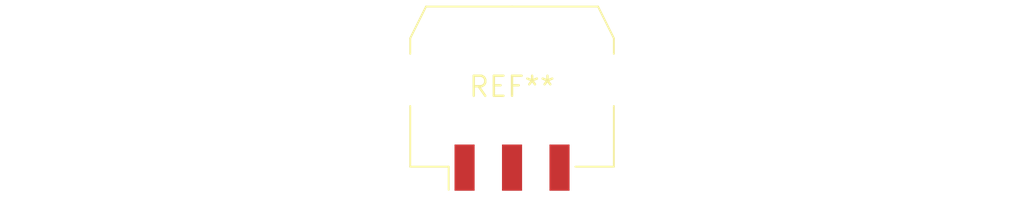
<source format=kicad_pcb>
(kicad_pcb (version 20240108) (generator pcbnew)
  (layers (0 "F.Cu" signal) (31 "B.Cu" signal) (34 "B.Paste" user) (35 "F.Paste" user) (36 "B.SilkS" user "B.Silkscreen") (37 "F.SilkS" user "F.Silkscreen") (38 "B.Mask" user) (39 "F.Mask" user) (44 "Edge.Cuts" user))
  (net 0 "")
  (footprint "Molex_Micro-Fit_3.0_43650-0310_1x03-1MP_P3.00mm_Horizontal" (layer "F.Cu") (at 0 0)
    (property "Reference" "REF**")
    (property "Value" "Molex_Micro-Fit_3.0_43650-0310_1x03-1MP_P3.00mm_Horizontal")
    (fp_line (start -6.435 -3.06) (end -6.435 -2.075) (layer "F.SilkS") (stroke (width 0.12)))
    (fp_line (start -6.435 1.225) (end -6.435 5.06) (layer "F.SilkS") (stroke (width 0.12)))
    (fp_line (start -6.435 5.06) (end -4.005 5.06) (layer "F.SilkS") (stroke (width 0.12)))
    (fp_line (start -5.435 -5.06) (end -6.435 -3.06) (layer "F.SilkS") (stroke (width 0.12)))
    (fp_line (start -4.005 5.06) (end -4.005 6.52) (layer "F.SilkS") (stroke (width 0.12)))
    (fp_line (start 0 -5.06) (end -5.435 -5.06) (layer "F.SilkS") (stroke (width 0.12)))
    (fp_line (start 0 -5.06) (end 5.435 -5.06) (layer "F.SilkS") (stroke (width 0.12)))
    (fp_line (start 5.435 -5.06) (end 6.435 -3.06) (layer "F.SilkS") (stroke (width 0.12)))
    (fp_line (start 6.435 -3.06) (end 6.435 -2.075) (layer "F.SilkS") (stroke (width 0.12)))
    (fp_line (start 6.435 1.225) (end 6.435 5.06) (layer "F.SilkS") (stroke (width 0.12)))
    (fp_line (start 6.435 5.06) (end 4.005 5.06) (layer "F.SilkS") (stroke (width 0.12)))
    (pad "1" smd rect (at -3 5.12) (size 1.27 2.92) (layers "F.Cu" "F.Paste" "F.Mask"))
    (pad "2" smd rect (at 0 5.12) (size 1.27 2.92) (layers "F.Cu" "F.Paste" "F.Mask"))
    (pad "3" smd rect (at 3 5.12) (size 1.27 2.92) (layers "F.Cu" "F.Paste" "F.Mask"))
    (pad "MP" thru_hole circle (at -5.15 -0.35) (size 2.71 2.71) (drill 2.41) (layers *.Cu *.Mask) (remove_unused_layers))
    (pad "MP" thru_hole circle (at 5.15 -0.35) (size 2.71 2.71) (drill 2.41) (layers *.Cu *.Mask) (remove_unused_layers))
  )
)
</source>
